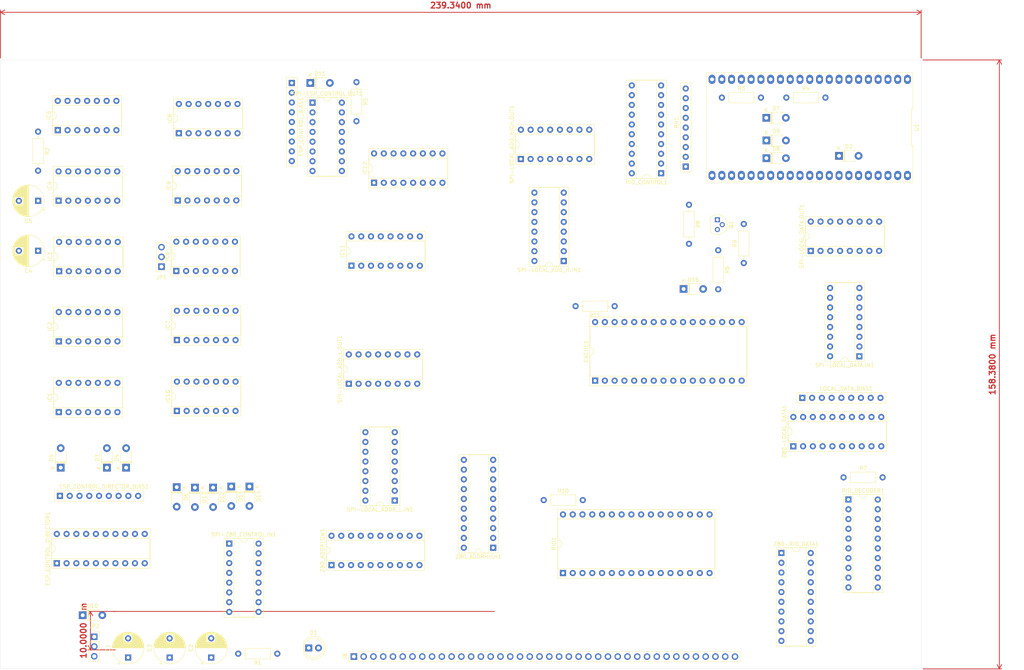
<source format=kicad_pcb>
(kicad_pcb (version 20221018) (generator pcbnew)
  (layers (0 "F.Cu" signal) (31 "B.Cu" signal) (34 "B.Paste" user) (35 "F.Paste" user) (36 "B.SilkS" user "B.Silkscreen") (37 "F.SilkS" user "F.Silkscreen") (38 "B.Mask" user) (39 "F.Mask" user) (44 "Edge.Cuts" user))
  (net 0 "")
  (net 1 "/CORE/ESP_WAIT_RESET")
  (net 2 "GND")
  (net 3 "Net-(IC4A-I0)")
  (net 4 "/Z80_HARDLOCK")
  (net 6 "/!CACHE_DATASTATUS")
  (net 7 "/CORE/ESP_SPI_INT.OE")
  (net 8 "/CORE/ESP_SPI_INT.PL")
  (net 9 "/CORE/ESP_SPI_INT.STC")
  (net 10 "/CORE/ESP_PULSE")
  (net 11 "+5V")
  (net 12 "/ESP_ROMSEL_1")
  (net 13 "/ESP_ROMSEL_0")
  (net 14 "/ESP_ROM_WR_PROTECT")
  (net 15 "/CORE/ESP_SPI_INT.CE")
  (net 16 "/CORE/ESP_SPI_INT.SCK")
  (net 17 "/CORE/ESP_SPI_INT.MISO")
  (net 18 "/CORE/ESP_SPI_INT.MOSI")
  (net 19 "/CORE/ESP_SPI_INT.MR")
  (net 20 "/CACHE_DATASTATUS")
  (net 21 "/CACHE/LOCAL_D0")
  (net 22 "/CACHE/LOCAL_D1")
  (net 23 "/CACHE/LOCAL_D2")
  (net 24 "/CACHE/CACHE_CS")
  (net 25 "/CACHE/LOCAL_D3")
  (net 26 "/CACHE/CACHE_OE")
  (net 27 "/CACHE/LOCAL_D4")
  (net 28 "/CACHE/LOCAL_D5")
  (net 29 "/CACHE/LOCAL_D6")
  (net 30 "/CACHE/CACHE_WE")
  (net 31 "/CACHE/CACHE_CE2")
  (net 32 "Net-(D1-K)")
  (net 33 "/CACHE/LOCAL_D7")
  (net 34 "Net-(D2-K)")
  (net 35 "Net-(D5-K)")
  (net 36 "/CORE/ESP_INT")
  (net 37 "Net-(D6-K)")
  (net 38 "Net-(D10-K)")
  (net 39 "Net-(D11-K)")
  (net 40 "/CACHE/LOCAL_CONTROL.RD")
  (net 41 "Net-(D16-K)")
  (net 42 "Net-(ESP_CONTROL_DIRECTOR1A-A2)")
  (net 43 "/CORE/!ESP_HARDLOCK")
  (net 45 "/CORE/EX_SS")
  (net 46 "/CORE/EX_SCK")
  (net 47 "/CORE/EX_MISO")
  (net 48 "/CORE/EX_MOSI")
  (net 49 "/CORE/ESP_HARDLOCK")
  (net 50 "Net-(IC1A-I0)")
  (net 51 "Net-(IC2C-O)")
  (net 52 "Net-(IC2D-O)")
  (net 53 "Net-(IC1C-I0)")
  (net 54 "Net-(IC2E-I)")
  (net 55 "/CORE/CLR_Z80_HARDLOCK")
  (net 58 "/CORE/PRE_Z80_HARDLOCK")
  (net 62 "Net-(IC5C-O)")
  (net 63 "/CACHE/CACHE_DATASTATUS+PERM_Z80_IORQ")
  (net 64 "Net-(IC6A-O)")
  (net 65 "Net-(IC6B-O)")
  (net 66 "Net-(IC6C-O)")
  (net 67 "Net-(IC8B-O)")
  (net 68 "Net-(IC9C-I0)")
  (net 69 "Net-(IC11A-RCO)")
  (net 70 "/RIO/ESP_IOD_CONFIG+Z80_WR")
  (net 72 "/RIO/ROM_D_RDY")
  (net 73 "/RIO/ROM_WR_PROTECT+Z80_WR")
  (net 74 "/RIO/Z80_RD+ESP_IOD_CONFIG+PERM_Z80_IORQ")
  (net 75 "/RIO/DEC16")
  (net 76 "/RIO/DEC_CE")
  (net 81 "/Z80 BUS/Z80_ADD_OE")
  (net 82 "/Z80 BUS/Z80_ADD_DIR")
  (net 83 "/Z80 BUS/Z80_DATA_DIR")
  (net 84 "/Z80 BUS/Z80_DATA_OE")
  (net 85 "/RIO/Z80_A0")
  (net 86 "/RIO/Z80_A1")
  (net 87 "/RIO/Z80_A2")
  (net 88 "/RIO/Z80_A3")
  (net 89 "/RIO/Z80_A4")
  (net 90 "/RIO/Z80_A5")
  (net 91 "/RIO/Z80_A6")
  (net 92 "/RIO/Z80_A7")
  (net 93 "/RIO/Z80_D0")
  (net 94 "/RIO/Z80_D1")
  (net 95 "/RIO/Z80_D2")
  (net 96 "/RIO/Z80_D3")
  (net 97 "/RIO/Z80_D4")
  (net 98 "/RIO/Z80_D5")
  (net 99 "/RIO/Z80_D6")
  (net 100 "/RIO/Z80_D7")
  (net 101 "/CACHE/LOCAL_CONTROL.WR")
  (net 102 "/Z80 BUS/VCC")
  (net 103 "/RIO/Z80_A8")
  (net 104 "/RIO/Z80_A9")
  (net 105 "/RIO/Z80_A10")
  (net 106 "/RIO/Z80_A11")
  (net 107 "/RIO/Z80_A12")
  (net 108 "/RIO/Z80_A13")
  (net 109 "/RIO/Z80_A14")
  (net 110 "/RIO/Z80_A15")
  (net 115 "Net-(Q1-B)")
  (net 116 "/CACHE/LOCAL_CONTROL.IORQ")
  (net 117 "Net-(RIO_DECODER1A-DIR)")
  (net 118 "/RIO/RIO_CE2")
  (net 120 "/RIO/DEC14")
  (net 121 "/RIO/ROM_D0")
  (net 122 "/RIO/ROM_D1")
  (net 123 "/RIO/ROM_D2")
  (net 124 "/RIO/ROM_D3")
  (net 125 "/RIO/ROM_D4")
  (net 126 "/RIO/ROM_D5")
  (net 127 "/RIO/ROM_D6")
  (net 128 "/RIO/ROM_D7")
  (net 129 "/RIO/DEC_OE")
  (net 130 "/RIO/DEC_WE")
  (net 131 "/RIO/DEC15")
  (net 132 "Net-(SPI-ESP_CONTROL.OUT1A-QH*)")
  (net 133 "Net-(SPI-ESP_CONTROL.OUT1A-SER)")
  (net 135 "Net-(SPI-LOCAL_ADDR_L.IN1A-QH)")
  (net 136 "Net-(SPI-LOCAL_ADDR_L.IN1A-SER)")
  (net 139 "Net-(SPI-LOCAL_ADD_HIGH.OUT1A-SER)")
  (net 141 "Net-(SPI-LOCAL_DATA.IN1A-QH)")
  (net 143 "/CORE/SD_CARD_SS")
  (net 156 "/CACHE/LOCAL_CONTROL.MEMRQ")
  (net 157 "/CORE/Z80_ADD_CONNECT")
  (net 158 "/CORE/Z80_DATA_CONNECT")
  (net 159 "/CORE/ESP_CONTROL.RD")
  (net 160 "/CORE/ESP_CONTROL.WR")
  (net 161 "/CORE/ESP_CONTROL.IORQ")
  (net 162 "/CORE/ESP_CONTROL.MEMRQ")
  (net 163 "/CORE/ESP_CONTROL.BUSRQ")
  (net 164 "/CORE/ESP_CONTROL.WAIT")
  (net 165 "/CORE/ESP_CONTROL.ROMCS")
  (net 166 "/CORE/ESP_CONTROL.NMI")
  (net 167 "/CACHE/CACHE_A16")
  (net 168 "/CACHE_SEL_2")
  (net 169 "/CACHE_SEL_0")
  (net 170 "/CACHE/LOCAL_A7")
  (net 171 "/CACHE/LOCAL_A6")
  (net 172 "/CACHE/LOCAL_A5")
  (net 173 "/CACHE/LOCAL_A4")
  (net 174 "/CACHE/LOCAL_A3")
  (net 175 "/CACHE/LOCAL_A2")
  (net 176 "/CACHE/LOCAL_A1")
  (net 177 "/CACHE/LOCAL_A0")
  (net 178 "/CACHE/LOCAL_A10")
  (net 179 "/CACHE/LOCAL_A11")
  (net 180 "/CACHE/LOCAL_A9")
  (net 181 "/CACHE/LOCAL_A8")
  (net 182 "/CACHE_SEL_1")
  (net 183 "/CACHE_SEL_3")
  (net 184 "/CORE/Z80_CONTROL.RD")
  (net 185 "/Z80_HARDLOCK_SET")
  (net 186 "/Z80_HARDLOCK_RESET")
  (net 187 "/WAIT_IO")
  (net 188 "/PERM_Z80_IORQ")
  (net 189 "/CORE/Z80_CONTROL.MEMRQ")
  (net 190 "/CORE/Z80_CONTROL.IORQ")
  (net 191 "/CORE/Z80_CONTROL.WR")
  (net 192 "/CACHE/LOCAL_A15")
  (net 193 "/CACHE/LOCAL_A14")
  (net 194 "/CACHE/LOCAL_A13")
  (net 195 "/CACHE/LOCAL_A12")
  (net 196 "/CORE/Z80_CONTROL.BUSRQ")
  (net 197 "/CORE/Z80_CONTROL.WAIT")
  (net 198 "/CORE/Z80_CONTROL.BUSACK")
  (net 199 "/CORE/Z80_CONTROL.NMI")
  (net 200 "/ESP_IOD_CONFIG")
  (net 201 "/CORE/IORQ_FILTER_BIT")
  (net 202 "/!Z80_HARDLOCK")
  (net 203 "/CORE/Z80_CONTROL.RESET")
  (net 204 "/CORE/Z80_CONTROL.ROMCS")
  (footprint "Resistor_THT:R_Axial_DIN0207_L6.3mm_D2.5mm_P10.16mm_Horizontal" (layer "F.Cu") (at 206.555 33.2)
    (fp_text reference "R3")
    (fp_text value "22K")
  )
  (footprint "Package_DIP:DIP-16_W7.62mm_Socket" (layer "F.Cu") (at 78.5 149.21)
    (fp_text reference "SPI-Z80_CONTROL.IN1")
    (fp_text value "74165N")
  )
  (footprint "Package_DIP:DIP-14_W7.62mm_Socket" (layer "F.Cu") (at 34.2 115.02 90)
    (fp_text reference "IC1")
    (fp_text value "7432N")
  )
  (footprint "Package_DIP:DIP-20_W7.62mm_Socket" (layer "F.Cu") (at 190.75 52.89 180)
    (fp_text reference "RIO_CONTROL1")
    (fp_text value "74244N")
  )
  (footprint "Package_DIP:DIP-14_W7.62mm_Socket" (layer "F.Cu") (at 64.9 114.7 90)
    (fp_text reference "IC10")
    (fp_text value "7408N")
  )
  (footprint "Diode_THT:D_T-1_P5.08mm_Horizontal" (layer "F.Cu") (at 218.115 48.95)
    (fp_text reference "D8")
    (fp_text value "1N4148")
  )
  (footprint "Package_DIP:DIP-16_W7.62mm_Socket" (layer "F.Cu") (at 109.58 107.63 90)
    (fp_text reference "SPI-LOCAL_ADD_L.OUT1")
    (fp_text value "74595N")
  )
  (footprint "Resistor_THT:R_Axial_DIN0207_L6.3mm_D2.5mm_P10.16mm_Horizontal" (layer "F.Cu") (at 90.995 177.85 180)
    (fp_text reference "R1")
    (fp_text value "1K")
  )
  (footprint "Resistor_THT:R_Axial_DIN0207_L6.3mm_D2.5mm_P10.16mm_Horizontal" (layer "F.Cu") (at 178.68 87.45 180)
    (fp_text reference "R11")
    (fp_text value "10K")
  )
  (footprint "Capacitor_THT:CP_Radial_D8.0mm_P5.00mm" (layer "F.Cu") (at 28.817651 60.045 180)
    (fp_text reference "C5")
    (fp_text value "10UF")
  )
  (footprint "Package_DIP:DIP-14_W7.62mm_Socket" (layer "F.Cu") (at 34.2 96.6 90)
    (fp_text reference "IC2")
    (fp_text value "7404N")
  )
  (footprint "Package_DIP:DIP-14_W7.62mm_Socket" (layer "F.Cu") (at 65.41 42.475 90)
    (fp_text reference "IC8")
    (fp_text value "7432N")
  )
  (footprint "Package_DIP:DIP-20_W7.62mm_Socket" (layer "F.Cu") (at 105.08 154.8 90)
    (fp_text reference "Z80_ADDRLOW1")
    (fp_text value "74245N")
  )
  (footprint "Capacitor_THT:CP_Radial_D8.0mm_P5.00mm" (layer "F.Cu") (at 73.815 178.852651 90)
    (fp_text reference "C2")
    (fp_text value ".1 uf")
  )
  (footprint "Capacitor_THT:CP_Radial_D8.0mm_P5.00mm" (layer "F.Cu") (at 63.015 178.852651 90)
    (fp_text reference "C3")
    (fp_text value ".1 uf")
  )
  (footprint "Diode_THT:D_T-1_P5.08mm_Horizontal" (layer "F.Cu") (at 69.575 134.63 -90)
    (fp_text reference "D13")
    (fp_text value "1N4148")
  )
  (footprint "Diode_THT:D_T-1_P5.08mm_Horizontal" (layer "F.Cu") (at 196.6 82.98)
    (fp_text reference "D16")
    (fp_text value "1N4148")
  )
  (footprint "Diode_THT:D_T-1_P5.08mm_Horizontal" (layer "F.Cu") (at 64.85 134.53 -90)
    (fp_text reference "D6")
    (fp_text value "1N4148")
  )
  (footprint "Diode_THT:D_T-1_P5.08mm_Horizontal" (layer "F.Cu") (at 74.3 134.63 -90)
    (fp_text reference "D12")
    (fp_text value "1N4148")
  )
  (footprint "Resistor_THT:R_Array_SIP9" (layer "F.Cu") (at 94.77 29.39 -90)
    (fp_text reference "ESP_CONTROL_BIAS1")
    (fp_text value "4609M-101-103LF")
  )
  (footprint "Diode_THT:D_T-1_P5.08mm_Horizontal" (layer "F.Cu") (at 79.025 134.35 -90)
    (fp_text reference "D15")
    (fp_text value "1N4148")
  )
  (footprint "Package_DIP:DIP-16_W7.62mm_Socket" (layer "F.Cu") (at 154.3 49.17 90)
    (fp_text reference "SPI-LOCAL_ADD_HIGH.OUT1")
    (fp_text value "74595N")
  )
  (footprint "Resistor_THT:R_Axial_DIN0207_L6.3mm_D2.5mm_P10.16mm_Horizontal" (layer "F.Cu") (at 238.17 131.99)
    (fp_text reference "R7")
    (fp_text value "10K")
  )
  (footprint "Diode_THT:D_T-1_P5.08mm_Horizontal" (layer "F.Cu") (at 34.7 129.46 90)
    (fp_text reference "D5")
    (fp_text value "1N4148")
  )
  (footprint "Resistor_THT:R_Array_SIP9" (layer "F.Cu") (at 227.46 111.3)
    (fp_text reference "LOCAL_DATA_BIAS1")
    (fp_text value "4609M-101-103LF")
  )
  (footprint "Package_DIP:DIP-32_W15.24mm_Socket" (layer "F.Cu") (at 173.6 106.825 90)
    (fp_text reference "CACHE1")
    (fp_text value "AS6C1008-55PCN")
  )
  (footprint "Resistor_THT:R_Axial_DIN0207_L6.3mm_D2.5mm_P10.16mm_Horizontal" (layer "F.Cu") (at 205.6 72.9 -90)
    (fp_text reference "R6")
    (fp_text value "10K")
  )
  (footprint "Capacitor_THT:CP_Radial_D8.0mm_P5.00mm" (layer "F.Cu") (at 52.215 178.85 90)
    (fp_text reference "C1")
    (fp_text value "10 uf")
  )
  (footprint "Resistor_THT:R_Axial_DIN0207_L6.3mm_D2.5mm_P10.16mm_Horizontal" (layer "F.Cu") (at 212.25 76.23 90)
    (fp_text reference "R9")
    (fp_text value "1K")
  )
  (footprint "Diode_THT:D_T-1_P5.08mm_Horizontal" (layer "F.Cu") (at 218.095 38.45)
    (fp_text reference "D7")
    (fp_text value "1N4148")
  )
  (footprint "Package_DIP:DIP-20_W7.62mm_Socket" (layer "F.Cu") (at 222.03 151.66)
    (fp_text reference "Z80-RIO_DATA1")
    (fp_text value "74245N")
  )
  (footprint "Diode_THT:D_T-1_P5.08mm_Horizontal" (layer "F.Cu") (at 51.7 129.46 90)
    (fp_text reference "D4")
    (fp_text value "1N4148")
  )
  (footprint "Resistor_THT:R_Axial_DIN0207_L6.3mm_D2.5mm_P10.16mm_Horizontal" (layer "F.Cu") (at 198 61.07 -90)
    (fp_text reference "R8")
    (fp_text value "1K")
  )
  (footprint "Diode_THT:D_T-1_P5.08mm_Horizontal" (layer "F.Cu") (at 83.75 134.35 -90)
    (fp_text reference "D14")
    (fp_text value "1N4148")
  )
  (footprint "Diode_THT:D_T-1_P5.08mm_Horizontal" (layer "F.Cu") (at 99.57 29.39)
    (fp_text reference "D11")
    (fp_text value "1N4148")
  )
  (footprint "Package_DIP:DIP-14_W7.62mm_Socket" (layer "F.Cu") (at 64.75 78.3 90)
    (fp_text reference "IC6")
    (fp_text value "7432N")
  )
  (footprint "Resistor_THT:R_Array_SIP9" (layer "F.Cu") (at 34.5 136.8)
    (fp_text reference "ESP_CONTROL_DIRECTOR_BIAS1")
    (fp_text value "4609M-101-103LF")
  )
  (footprint "Package_DIP:DIP-20_W7.62mm_Socket" (layer "F.Cu") (at 33.68 154.32 90)
    (fp_text reference "ESP_CONTROL_DIRECTOR1")
    (fp_text value "74244N")
  )
  (footprint "esp32-wrover:FREENOVE_ESP32-WROVER-DEV" (layer "F.Cu") (at 230.665 40.95 -90)
    (fp_text reference "U1")
    (fp_text value "FREENOVE_ESP32-WROVER-DEV")
  )
  (footprint "Diode_THT:D_T-1_P5.08mm_Horizontal" (layer "F.Cu") (at 236.995 48.35)
    (fp_text reference "D2")
    (fp_text value "1N4148")
  )
  (footprint "Package_DIP:DIP-20_W7.62mm_Socket" (layer "F.Cu") (at 147.1 150.29 180)
    (fp_text reference "Z80_ADDRHIGH1")
    (fp_text value "74245N")
  )
  (footprint "Package_DIP:DIP-14_W7.62mm_Socket" (layer "F.Cu") (at 34.135 60.015 90)
    (fp_text reference "IC4")
    (fp_text value "7408N")
  )
  (footprint "Diode_THT:D_T-1_P5.08mm_Horizontal" (layer "F.Cu") (at 218.115 44.35)
    (fp_text reference "D9")
    (fp_text value "1N4148")
  )
  (footprint "Resistor_THT:R_Axial_DIN0207_L6.3mm_D2.5mm_P10.16mm_Horizontal" (layer "F.Cu") (at 28.815 42.045 -90)
    (fp_text reference "R2")
    (fp_text value "22K")
  )
  (footprint "Package_TO_SOT_THT:TO-92" (layer "F.Cu") (at 205.38 64.98 -90)
    (fp_text reference "Q1")
    (fp_text value "2N2222 (BC337)")
  )
  (footprint "Connector_PinHeader_2.54mm:PinHeader_1x40_P2.54mm_Vertical" (layer "F.Cu") (at 110.9 178.6 90)
    (fp_text reference "J8")
    (fp_text value "DIAG-HOST_SYSTEM_BUS")
  )
  (footprint "Connector_PinSocket_2.54mm:PinSocket_1x03_P2.54mm_Vertical" (layer "F.Cu") (at 60.89 77.18 180)
    (fp_text reference "JP1")
    (fp_text value "PINHD-ADDR_FILTER")
  )
  (footprint "LED_THT:LED_D5.0mm" (layer "F.Cu") (at 99.165 176.35)
    (fp_text reference "D1")
    (fp_text value "POWER_LED")
  )
  (footprint "Package_DIP:DIP-16_W7.62mm_Socket" (layer "F.Cu") (at 121.52 138.02 180)
    (fp_text reference "SPI-LOCAL_ADDR_L.IN1")
    (fp_text value "74165N")
  )
  (footprint "Package_DIP:DIP-16_W7.62mm_Socket" (layer "F.Cu") (at 229.65 73.07 90)
    (fp_text reference "SPI-LOCAL_DATA.OUT1")
    (fp_text value "74595N")
  )
  (footprint "Package_DIP:DIP-20_W7.62mm_Socket" (layer "F.Cu") (at 239.45 137.75)
    (fp_text reference "RIO_DECODER1")
    (fp_text value "74245N")
  )
  (footprint "Package_DIP:DIP-16_W7.62mm_Socket" (layer "F.Cu") (at 110.27 76.93 90)
    (fp_text reference "IC11")
    (fp_text value "74590N")
  )
  (footprint "Package_DIP:DIP-20_W7.62mm_Socket" (layer "F.Cu") (at 225.12 123.9 90)
    (fp_text reference "Z80-LOCAL_DATA1")
    (fp_text value "74245N")
  )
  (footprint "Package_DIP:DIP-14_W7.62mm_Socket" (layer "F.Cu") (at 33.935 41.665 90)
    (fp_text reference "IC5")
    (fp_text value "7432N")
  )
  (footprint "Package_DIP:DIP-16_W7.62mm_Socket" (layer "F.Cu") (at 165.45 75.7 180)
    (fp_text reference "SPI-LOCAL_ADD_H.IN1")
    (fp_text value "74165N")
  )
  (footprint "Resistor_THT:R_Axial_DIN0207_L6.3mm_D2.5mm_P10.16mm_Horizontal" (layer "F.Cu") (at 160.24 137.9)
    (fp_text reference "R10")
    (fp_text value "10K")
  )
  (footprint "Package_DIP:DIP-14_W7.62mm_Socket" (layer "F.Cu") (at 34.275 78.365 90)
    (fp_text reference "IC3")
    (fp_text value "7474N")
  )
  (footprint "Resistor_THT:R_Array_SIP9" (layer "F.Cu") (at 197.15 51.15 90)
    (fp_text reference "RN1")
    (fp_text value "4609M-101-103LF")
  )
  (footprint "Connector_PinSocket_2.54mm:PinSocket_1x03_P2.54mm_Vertical" (layer "F.Cu") (at 43.415 173.45)
    (fp_text reference "JP2")
    (fp_text value "PINHD-POWER/RESET")
  )
  (footprint "Package_DIP:DIP-14_W7.62mm_Socket" (layer "F.Cu") (at 64.9 96.27 90)
    (fp_text reference "IC7")
    (fp_text value "7432N")
  )
  (footprint "Resistor_THT:R_Axial_DIN0207_L6.3mm_D2.5mm_P10.16mm_Horizontal" (layer "F.Cu") (at 111.57 29.17 -90)
    (fp_text reference "R5")
    (fp_text value "22K")
  )
  (footprint "Diode_THT:D_T-1_P5.08mm_Horizontal" (layer "F.Cu") (at 46.7 129.46 90)
    (fp_text reference "D3")
    (fp_text value "1N4148")
  )
  (footprint "Package_DIP:DIP-16_W7.62mm_Socket" (layer "F.Cu") (at 116.14 55.35 90)
    (fp_text reference "IC12")
    (fp_text value "74590N")
  )
  (footprint "Package_DIP:DIP-16_W7.62mm_Socket" (layer "F.Cu") (at 242.3 100.49 180)
    (fp_text reference "SPI-LOCAL_DATA.IN1")
    (fp_text value "74165N")
  )
  (footprint "Package_DIP:DIP-32_W15.24mm_Socket" (layer "F.Cu") (at 165.25 156.875 90)
    (fp_text reference "RIO1")
    (fp_text value "AS6C1008-55PCN")
  )
  (footprint "Resistor_THT:R_Axial_DIN0207_L6.3mm_D2.5mm_P10.16mm_Horizontal" (layer "F.Cu") (at 223.305 33.2)
    (fp_text reference "R4")
    (fp_text value "22K")
  )
  (footprint "Diode_THT:D_T-1_P5.08mm_Horizontal" (layer "F.Cu") (at 40.415 167.85)
    (fp_text reference "D10")
    (fp_text value "1N4148")
  )
  (footprint "Package_DIP:DIP-16_W7.62mm_Socket" (layer "F.Cu") (at 100.15 34.51)
    (fp_text reference "SPI-ESP_CONTROL.OUT1")
    (fp_text value "74595N")
  )
  (footprint "Package_DIP:DIP-14_W7.62mm_Socket" (layer "F.Cu") (at 65.1 59.95 90)
    (fp_text reference "IC9")
    (fp_text value "7408N")
  )
  (footprint "Capacitor_THT:CP_Radial_D8.0mm_P5.00mm" (layer "F.Cu") (at 28.817651 73.045 180)
    (fp_text reference "C4")
    (fp_text value "10UF")
  )
  (gr_line (start 48.415 166.85) (end 147.415 166.85) (stroke (width 0.2)) (layer "F.Cu"))
  (gr_rect (start 19.015 23.41) (end 258.355 181.79) (stroke (width 0.05)) (fill none) (layer "Edge.Cuts"))
  (dimension (type aligned) (layer "F.Cu") (pts (xy 258.355 23.41) (xy 258.355 181.79)) (height -20.32) (gr_text "158.3800 mm" (at 276.875 102.6 90) (layer "F.Cu") (effects (font (size 1.5 1.5) (thickness 0.3)))) (format (prefix "") (suffix "") (units 3) (units_format 1) (precision 4)) (style (thickness 0.2) (arrow_length 1.27) (text_position_mode 0) (extension_height 0.58642) (extension_offset 0.5) keep_text_aligned))
  (dimension (type aligned) (layer "F.Cu") (pts (xy 49.415 176.85) (xy 49.415 166.85)) (height -7) (gr_text "10.0000 mm" (at 40.615 171.85 90) (layer "F.Cu") (effects (font (size 1.5 1.5) (thickness 0.3)))) (format (prefix "") (suffix "") (units 3) (units_format 1) (precision 4)) (style (thickness 0.2) (arrow_length 1.27) (text_position_mode 0) (extension_height 0.58642) (extension_offset 0.5) keep_text_aligned))
  (dimension (type aligned) (layer "F.Cu") (pts (xy 258.355 23.41) (xy 19.015 23.41)) (height 12.3952) (gr_text "239.3400 mm" (at 138.685 9.2148) (layer "F.Cu") (effects (font (size 1.5 1.5) (thickness 0.3)))) (format (prefix "") (suffix "") (units 3) (units_format 1) (precision 4)) (style (thickness 0.2) (arrow_length 1.27) (text_position_mode 0) (extension_height 0.58642) (extension_offset 0.5) keep_text_aligned))
)
</source>
